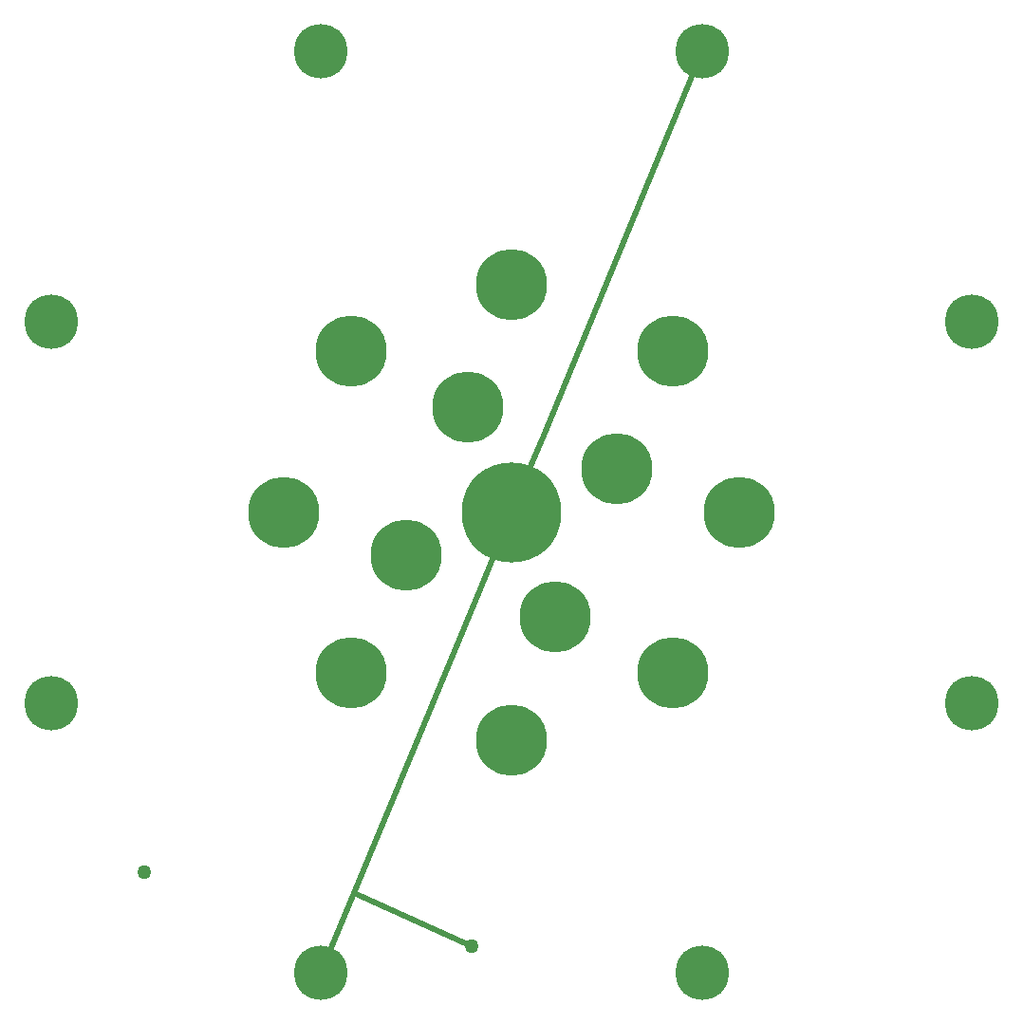
<source format=gtl>
G04*
G04 #@! TF.GenerationSoftware,Altium Limited,Altium Designer,18.1.9 (240)*
G04*
G04 Layer_Physical_Order=1*
G04 Layer_Color=255*
%FSTAX25Y25*%
%MOIN*%
G70*
G01*
G75*
%ADD16C,0.02000*%
%ADD17C,0.25000*%
%ADD18O,0.35000X0.35100*%
%ADD19O,0.19000X0.19100*%
%ADD20C,0.05000*%
D16*
X04445Y0366055D02*
X0488813Y0473D01*
X0433Y03383D02*
X04445Y0366055D01*
X0486Y03475D01*
X0488813Y0473D02*
X05Y05D01*
X0511187Y0527D02*
X0567Y06617D01*
X0506Y0514481D02*
X0511187Y0527D01*
X05Y05D02*
X0506Y0514481D01*
D17*
X0536955Y0515307D02*
D03*
X0484693Y0536955D02*
D03*
X0463045Y0484693D02*
D03*
X0515307Y0463045D02*
D03*
X058Y05D02*
D03*
X042D02*
D03*
X0556568Y0556568D02*
D03*
X05Y058D02*
D03*
X0443432Y0556568D02*
D03*
Y0443432D02*
D03*
X05Y042D02*
D03*
X0556568Y0443432D02*
D03*
D18*
X05Y05D02*
D03*
D19*
X06617Y0433D02*
D03*
X0567Y03383D02*
D03*
X0433D02*
D03*
X03383Y0433D02*
D03*
Y0567D02*
D03*
X0433Y06617D02*
D03*
X0567D02*
D03*
X06617Y0567D02*
D03*
D20*
X0486Y03475D02*
D03*
X0371Y03735D02*
D03*
M02*

</source>
